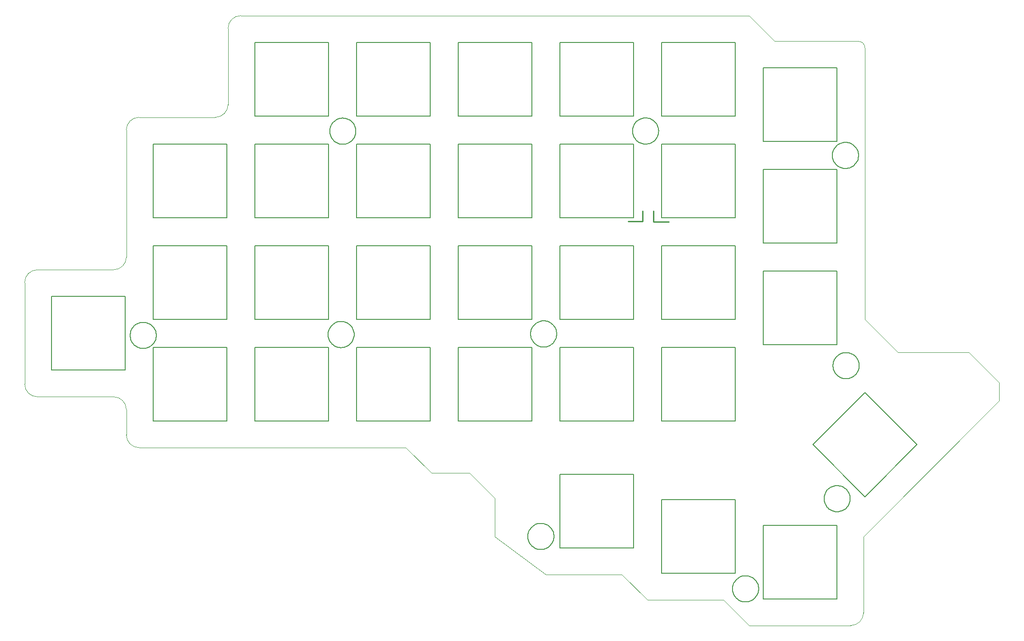
<source format=gtl>
G04 #@! TF.GenerationSoftware,KiCad,Pcbnew,5.1.9*
G04 #@! TF.CreationDate,2021-04-17T13:18:15+02:00*
G04 #@! TF.ProjectId,Crystal-Zeliska-plate,43727973-7461-46c2-9d5a-656c69736b61,rev?*
G04 #@! TF.SameCoordinates,Original*
G04 #@! TF.FileFunction,Copper,L1,Top*
G04 #@! TF.FilePolarity,Positive*
%FSLAX46Y46*%
G04 Gerber Fmt 4.6, Leading zero omitted, Abs format (unit mm)*
G04 Created by KiCad (PCBNEW 5.1.9) date 2021-04-17 13:18:15*
%MOMM*%
%LPD*%
G01*
G04 APERTURE LIST*
G04 #@! TA.AperFunction,Profile*
%ADD10C,0.200000*%
G04 #@! TD*
G04 #@! TA.AperFunction,Profile*
%ADD11C,0.100000*%
G04 #@! TD*
G04 #@! TA.AperFunction,Conductor*
%ADD12C,0.250000*%
G04 #@! TD*
G04 APERTURE END LIST*
D10*
X136695831Y-131572496D02*
X136604622Y-131833222D01*
X136604622Y-131833222D02*
X136543981Y-132098811D01*
X136543981Y-132098811D02*
X136513425Y-132366835D01*
X136513425Y-132366835D02*
X136512471Y-132634862D01*
X136512471Y-132634862D02*
X136540636Y-132900465D01*
X136540636Y-132900465D02*
X136597435Y-133161214D01*
X136597435Y-133161214D02*
X136682387Y-133414680D01*
X136682387Y-133414680D02*
X136795008Y-133658433D01*
X136795008Y-133658433D02*
X136934814Y-133890044D01*
X136934814Y-133890044D02*
X137101322Y-134107083D01*
X137101322Y-134107083D02*
X137226924Y-134242482D01*
X137226924Y-134242482D02*
X137432899Y-134426523D01*
X137432899Y-134426523D02*
X137655066Y-134584184D01*
X137655066Y-134584184D02*
X137890994Y-134714982D01*
X137890994Y-134714982D02*
X138138254Y-134818433D01*
X138138254Y-134818433D02*
X138394418Y-134894055D01*
X138394418Y-134894055D02*
X138657054Y-134941363D01*
X138657054Y-134941363D02*
X138923736Y-134959875D01*
X138923736Y-134959875D02*
X139192032Y-134949108D01*
X139192032Y-134949108D02*
X139459514Y-134908578D01*
X139459514Y-134908578D02*
X139723752Y-134837802D01*
X139723752Y-134837802D02*
X139896910Y-134773576D01*
X139896910Y-134773576D02*
X140145765Y-134653708D01*
X140145765Y-134653708D02*
X140376445Y-134508787D01*
X140376445Y-134508787D02*
X140587572Y-134340872D01*
X140587572Y-134340872D02*
X140777771Y-134152022D01*
X140777771Y-134152022D02*
X140945666Y-133944297D01*
X140945666Y-133944297D02*
X141089880Y-133719756D01*
X141089880Y-133719756D02*
X141209037Y-133480459D01*
X141209037Y-133480459D02*
X141301762Y-133228465D01*
X141301762Y-133228465D02*
X141366677Y-132965834D01*
X141366677Y-132965834D02*
X141402408Y-132694624D01*
X141402408Y-132694624D02*
X141409336Y-132510070D01*
X141409336Y-132510070D02*
X141397347Y-132267917D01*
X141397347Y-132267917D02*
X141361825Y-132029866D01*
X141361825Y-132029866D02*
X141303434Y-131797524D01*
X141303434Y-131797524D02*
X141222841Y-131572496D01*
X141222841Y-131572496D02*
X141120710Y-131356388D01*
X141120710Y-131356388D02*
X140997707Y-131150809D01*
X140997707Y-131150809D02*
X140854498Y-130957363D01*
X140854498Y-130957363D02*
X140691748Y-130777659D01*
X140691748Y-130777659D02*
X140512043Y-130614908D01*
X140512043Y-130614908D02*
X140318597Y-130471699D01*
X140318597Y-130471699D02*
X140113017Y-130348696D01*
X140113017Y-130348696D02*
X139896910Y-130246565D01*
X139896910Y-130246565D02*
X139671882Y-130165971D01*
X139671882Y-130165971D02*
X139439539Y-130107581D01*
X139439539Y-130107581D02*
X139201488Y-130072058D01*
X139201488Y-130072058D02*
X138959336Y-130060070D01*
X139479271Y-92099999D02*
X139479271Y-92099999D01*
X177309267Y-139880091D02*
X177033483Y-139895600D01*
X177033483Y-139895600D02*
X176764904Y-139941212D01*
X176764904Y-139941212D02*
X176505589Y-140015551D01*
X176505589Y-140015551D02*
X176257599Y-140117239D01*
X176257599Y-140117239D02*
X176022991Y-140244902D01*
X176022991Y-140244902D02*
X175803827Y-140397162D01*
X175803827Y-140397162D02*
X175602165Y-140572644D01*
X175602165Y-140572644D02*
X175420065Y-140769972D01*
X175420065Y-140769972D02*
X175259586Y-140987770D01*
X175259586Y-140987770D02*
X175122787Y-141224661D01*
X175122787Y-141224661D02*
X175045762Y-141392517D01*
X175045762Y-141392517D02*
X174954553Y-141653243D01*
X174954553Y-141653243D02*
X174893912Y-141918832D01*
X174893912Y-141918832D02*
X174863356Y-142186856D01*
X174863356Y-142186856D02*
X174862402Y-142454883D01*
X174862402Y-142454883D02*
X174890567Y-142720486D01*
X174890567Y-142720486D02*
X174947366Y-142981235D01*
X174947366Y-142981235D02*
X175032318Y-143234701D01*
X175032318Y-143234701D02*
X175144939Y-143478454D01*
X175144939Y-143478454D02*
X175284745Y-143710065D01*
X175284745Y-143710065D02*
X175451253Y-143927104D01*
X175451253Y-143927104D02*
X175576855Y-144062503D01*
X175576855Y-144062503D02*
X175782830Y-144246544D01*
X175782830Y-144246544D02*
X176004997Y-144404205D01*
X176004997Y-144404205D02*
X176240925Y-144535003D01*
X176240925Y-144535003D02*
X176488185Y-144638454D01*
X176488185Y-144638454D02*
X176744349Y-144714076D01*
X176744349Y-144714076D02*
X177006985Y-144761384D01*
X177006985Y-144761384D02*
X177273667Y-144779896D01*
X177273667Y-144779896D02*
X177541963Y-144769128D01*
X177541963Y-144769128D02*
X177809445Y-144728598D01*
X177809445Y-144728598D02*
X178073683Y-144657822D01*
X178073683Y-144657822D02*
X178246841Y-144593596D01*
X99265626Y-93732564D02*
X99174417Y-93993290D01*
X99174417Y-93993290D02*
X99113777Y-94258879D01*
X99113777Y-94258879D02*
X99083221Y-94526903D01*
X99083221Y-94526903D02*
X99082267Y-94794930D01*
X99082267Y-94794930D02*
X99110432Y-95060533D01*
X99110432Y-95060533D02*
X99167231Y-95321282D01*
X99167231Y-95321282D02*
X99252183Y-95574748D01*
X99252183Y-95574748D02*
X99364804Y-95818501D01*
X99364804Y-95818501D02*
X99504610Y-96050112D01*
X99504610Y-96050112D02*
X99671118Y-96267151D01*
X99671118Y-96267151D02*
X99796720Y-96402550D01*
X99796720Y-96402550D02*
X100002695Y-96586591D01*
X100002695Y-96586591D02*
X100224862Y-96744252D01*
X100224862Y-96744252D02*
X100460790Y-96875050D01*
X100460790Y-96875050D02*
X100708050Y-96978501D01*
X100708050Y-96978501D02*
X100964214Y-97054123D01*
X100964214Y-97054123D02*
X101226850Y-97101431D01*
X101226850Y-97101431D02*
X101493532Y-97119943D01*
X101493532Y-97119943D02*
X101761828Y-97109175D01*
X101761828Y-97109175D02*
X102029310Y-97068645D01*
X102029310Y-97068645D02*
X102293548Y-96997869D01*
X102293548Y-96997869D02*
X102466706Y-96933643D01*
X102466706Y-96933643D02*
X102715561Y-96813776D01*
X102715561Y-96813776D02*
X102946241Y-96668855D01*
X102946241Y-96668855D02*
X103157368Y-96500940D01*
X103157368Y-96500940D02*
X103347567Y-96312090D01*
X103347567Y-96312090D02*
X103515461Y-96104365D01*
X103515461Y-96104365D02*
X103659675Y-95879824D01*
X103659675Y-95879824D02*
X103778833Y-95640527D01*
X103778833Y-95640527D02*
X103871557Y-95388533D01*
X103871557Y-95388533D02*
X103936473Y-95125902D01*
X103936473Y-95125902D02*
X103972204Y-94854692D01*
X103972204Y-94854692D02*
X103979132Y-94670138D01*
X103979132Y-94670138D02*
X103966482Y-94419639D01*
X103966482Y-94419639D02*
X103929356Y-94176377D01*
X103929356Y-94176377D02*
X103868984Y-93941583D01*
X103868984Y-93941583D02*
X103786598Y-93716487D01*
X103786598Y-93716487D02*
X103683430Y-93502322D01*
X103683430Y-93502322D02*
X103560710Y-93300319D01*
X103560710Y-93300319D02*
X103419670Y-93111710D01*
X103419670Y-93111710D02*
X103261543Y-92937726D01*
X103261543Y-92937726D02*
X103087559Y-92779599D01*
X103087559Y-92779599D02*
X102898949Y-92638559D01*
X102898949Y-92638559D02*
X102696946Y-92515839D01*
X102696946Y-92515839D02*
X102482781Y-92412671D01*
X102482781Y-92412671D02*
X102257686Y-92330285D01*
X102257686Y-92330285D02*
X102022891Y-92269913D01*
X102022891Y-92269913D02*
X101779629Y-92232787D01*
X101779629Y-92232787D02*
X101529131Y-92220138D01*
X64449197Y-92380158D02*
X64449197Y-92380158D01*
X158579307Y-54080004D02*
X158303523Y-54095513D01*
X158303523Y-54095513D02*
X158034944Y-54141125D01*
X158034944Y-54141125D02*
X157775629Y-54215464D01*
X157775629Y-54215464D02*
X157527639Y-54317152D01*
X157527639Y-54317152D02*
X157293031Y-54444814D01*
X157293031Y-54444814D02*
X157073867Y-54597075D01*
X157073867Y-54597075D02*
X156872205Y-54772557D01*
X156872205Y-54772557D02*
X156690105Y-54969885D01*
X156690105Y-54969885D02*
X156529626Y-55187682D01*
X156529626Y-55187682D02*
X156392827Y-55424573D01*
X156392827Y-55424573D02*
X156315802Y-55592429D01*
X156315802Y-55592429D02*
X156224593Y-55853155D01*
X156224593Y-55853155D02*
X156163952Y-56118745D01*
X156163952Y-56118745D02*
X156133396Y-56386768D01*
X156133396Y-56386768D02*
X156132442Y-56654796D01*
X156132442Y-56654796D02*
X156160607Y-56920399D01*
X156160607Y-56920399D02*
X156217406Y-57181148D01*
X156217406Y-57181148D02*
X156302358Y-57434614D01*
X156302358Y-57434614D02*
X156414979Y-57678367D01*
X156414979Y-57678367D02*
X156554785Y-57909977D01*
X156554785Y-57909977D02*
X156721293Y-58127017D01*
X156721293Y-58127017D02*
X156846895Y-58262416D01*
X156846895Y-58262416D02*
X157052870Y-58446457D01*
X157052870Y-58446457D02*
X157275037Y-58604118D01*
X157275037Y-58604118D02*
X157510965Y-58734916D01*
X157510965Y-58734916D02*
X157758225Y-58838367D01*
X157758225Y-58838367D02*
X158014389Y-58913988D01*
X158014389Y-58913988D02*
X158277025Y-58961297D01*
X158277025Y-58961297D02*
X158543707Y-58979808D01*
X158543707Y-58979808D02*
X158812003Y-58969041D01*
X158812003Y-58969041D02*
X159079485Y-58928511D01*
X159079485Y-58928511D02*
X159343723Y-58857735D01*
X159343723Y-58857735D02*
X159516881Y-58793509D01*
X159516881Y-58793509D02*
X159765736Y-58673641D01*
X159765736Y-58673641D02*
X159996416Y-58528720D01*
X159996416Y-58528720D02*
X160207543Y-58360805D01*
X160207543Y-58360805D02*
X160397742Y-58171955D01*
X160397742Y-58171955D02*
X160565637Y-57964230D01*
X160565637Y-57964230D02*
X160709851Y-57739690D01*
X160709851Y-57739690D02*
X160829008Y-57500393D01*
X160829008Y-57500393D02*
X160921733Y-57248399D01*
X160921733Y-57248399D02*
X160986648Y-56985767D01*
X160986648Y-56985767D02*
X161022379Y-56714558D01*
X161022379Y-56714558D02*
X161029307Y-56530004D01*
X161029307Y-56530004D02*
X161016657Y-56279505D01*
X161016657Y-56279505D02*
X160979531Y-56036243D01*
X160979531Y-56036243D02*
X160919159Y-55801448D01*
X160919159Y-55801448D02*
X160836773Y-55576353D01*
X160836773Y-55576353D02*
X160733605Y-55362188D01*
X160733605Y-55362188D02*
X160610885Y-55160185D01*
X160610885Y-55160185D02*
X160469846Y-54971576D01*
X160469846Y-54971576D02*
X160311718Y-54797592D01*
X160311718Y-54797592D02*
X160137734Y-54639464D01*
X160137734Y-54639464D02*
X159949125Y-54498425D01*
X159949125Y-54498425D02*
X159747122Y-54375705D01*
X159747122Y-54375705D02*
X159532957Y-54272537D01*
X159532957Y-54272537D02*
X159307862Y-54190151D01*
X159307862Y-54190151D02*
X159073067Y-54129779D01*
X159073067Y-54129779D02*
X158829805Y-54092653D01*
X158829805Y-54092653D02*
X158579307Y-54080004D01*
X101529131Y-92220138D02*
X101529131Y-92220138D01*
X101839271Y-54100077D02*
X101563487Y-54115586D01*
X101563487Y-54115586D02*
X101294908Y-54161199D01*
X101294908Y-54161199D02*
X101035593Y-54235537D01*
X101035593Y-54235537D02*
X100787603Y-54337225D01*
X100787603Y-54337225D02*
X100552995Y-54464888D01*
X100552995Y-54464888D02*
X100333831Y-54617148D01*
X100333831Y-54617148D02*
X100132169Y-54792631D01*
X100132169Y-54792631D02*
X99950068Y-54989959D01*
X99950068Y-54989959D02*
X99789589Y-55207756D01*
X99789589Y-55207756D02*
X99652791Y-55444647D01*
X99652791Y-55444647D02*
X99575765Y-55612503D01*
X99575765Y-55612503D02*
X99484556Y-55873229D01*
X99484556Y-55873229D02*
X99423916Y-56138818D01*
X99423916Y-56138818D02*
X99393360Y-56406842D01*
X99393360Y-56406842D02*
X99392406Y-56674869D01*
X99392406Y-56674869D02*
X99420571Y-56940472D01*
X99420571Y-56940472D02*
X99477370Y-57201221D01*
X99477370Y-57201221D02*
X99562322Y-57454687D01*
X99562322Y-57454687D02*
X99674943Y-57698440D01*
X99674943Y-57698440D02*
X99814749Y-57930051D01*
X99814749Y-57930051D02*
X99981257Y-58147090D01*
X99981257Y-58147090D02*
X100106859Y-58282489D01*
X100106859Y-58282489D02*
X100312834Y-58466530D01*
X100312834Y-58466530D02*
X100535001Y-58624191D01*
X100535001Y-58624191D02*
X100770929Y-58754989D01*
X100770929Y-58754989D02*
X101018189Y-58858440D01*
X101018189Y-58858440D02*
X101274353Y-58934062D01*
X101274353Y-58934062D02*
X101536989Y-58981370D01*
X101536989Y-58981370D02*
X101803671Y-58999882D01*
X101803671Y-58999882D02*
X102071967Y-58989114D01*
X102071967Y-58989114D02*
X102339449Y-58948584D01*
X102339449Y-58948584D02*
X102603687Y-58877808D01*
X102603687Y-58877808D02*
X102776845Y-58813582D01*
X102776845Y-58813582D02*
X103025700Y-58693715D01*
X103025700Y-58693715D02*
X103256380Y-58548794D01*
X103256380Y-58548794D02*
X103467507Y-58380879D01*
X103467507Y-58380879D02*
X103657706Y-58192029D01*
X103657706Y-58192029D02*
X103825600Y-57984304D01*
X103825600Y-57984304D02*
X103969814Y-57759763D01*
X103969814Y-57759763D02*
X104088972Y-57520466D01*
X104088972Y-57520466D02*
X104181696Y-57268472D01*
X104181696Y-57268472D02*
X104246612Y-57005841D01*
X104246612Y-57005841D02*
X104282343Y-56734631D01*
X104282343Y-56734631D02*
X104289271Y-56550077D01*
X104289271Y-56550077D02*
X104277282Y-56307924D01*
X104277282Y-56307924D02*
X104241759Y-56069873D01*
X104241759Y-56069873D02*
X104183369Y-55837531D01*
X104183369Y-55837531D02*
X104102775Y-55612503D01*
X104102775Y-55612503D02*
X104000644Y-55396395D01*
X104000644Y-55396395D02*
X103877641Y-55190816D01*
X103877641Y-55190816D02*
X103734432Y-54997370D01*
X103734432Y-54997370D02*
X103571682Y-54817666D01*
X103571682Y-54817666D02*
X103391977Y-54654915D01*
X103391977Y-54654915D02*
X103198531Y-54511705D01*
X103198531Y-54511705D02*
X102992952Y-54388703D01*
X102992952Y-54388703D02*
X102776845Y-54286572D01*
X102776845Y-54286572D02*
X102551816Y-54205978D01*
X102551816Y-54205978D02*
X102319474Y-54147588D01*
X102319474Y-54147588D02*
X102081423Y-54112065D01*
X102081423Y-54112065D02*
X101839271Y-54100077D01*
D11*
X182736236Y-39662123D02*
X198464420Y-39708640D01*
X199674420Y-40908640D02*
X199674420Y-91798640D01*
X199674420Y-91798640D02*
X205854420Y-97978640D01*
X219114420Y-97978640D02*
X224854420Y-103718640D01*
X224854420Y-103718640D02*
X224857219Y-107078640D01*
X224857219Y-107078640D02*
X199403716Y-132532143D01*
X199403716Y-132532143D02*
X199403716Y-146819643D01*
X197023736Y-149197083D02*
X177973736Y-149197083D01*
D10*
X196191759Y-123697663D02*
X196012054Y-123534912D01*
X196012054Y-123534912D02*
X195818608Y-123391703D01*
X195818608Y-123391703D02*
X195613028Y-123268700D01*
X195613028Y-123268700D02*
X195396921Y-123166570D01*
X195396921Y-123166570D02*
X195171893Y-123085976D01*
X195171893Y-123085976D02*
X194939550Y-123027586D01*
X194939550Y-123027586D02*
X194701499Y-122992063D01*
X194701499Y-122992063D02*
X194459347Y-122980075D01*
X177309267Y-139880091D02*
X177309267Y-139880091D01*
X64449197Y-92380158D02*
X64198698Y-92392807D01*
X64198698Y-92392807D02*
X63955436Y-92429933D01*
X63955436Y-92429933D02*
X63720642Y-92490305D01*
X63720642Y-92490305D02*
X63495546Y-92572691D01*
X63495546Y-92572691D02*
X63281382Y-92675859D01*
X63281382Y-92675859D02*
X63079379Y-92798579D01*
X63079379Y-92798579D02*
X62890770Y-92939619D01*
X62890770Y-92939619D02*
X62716786Y-93097746D01*
X62716786Y-93097746D02*
X62558658Y-93271730D01*
X62558658Y-93271730D02*
X62417619Y-93460339D01*
X62417619Y-93460339D02*
X62294899Y-93662342D01*
X62294899Y-93662342D02*
X62191731Y-93876507D01*
X62191731Y-93876507D02*
X62109345Y-94101603D01*
X62109345Y-94101603D02*
X62048973Y-94336397D01*
X62048973Y-94336397D02*
X62011847Y-94579659D01*
X62011847Y-94579659D02*
X61999198Y-94830158D01*
X61999198Y-94830158D02*
X62011847Y-95080656D01*
X62011847Y-95080656D02*
X62048973Y-95323918D01*
X62048973Y-95323918D02*
X62109345Y-95558713D01*
X62109345Y-95558713D02*
X62191731Y-95783808D01*
X62191731Y-95783808D02*
X62294899Y-95997973D01*
X62294899Y-95997973D02*
X62417619Y-96199976D01*
X62417619Y-96199976D02*
X62558658Y-96388586D01*
X62558658Y-96388586D02*
X62716786Y-96562570D01*
X62716786Y-96562570D02*
X62890770Y-96720697D01*
X62890770Y-96720697D02*
X63079379Y-96861737D01*
X63079379Y-96861737D02*
X63281382Y-96984457D01*
X63281382Y-96984457D02*
X63495546Y-97087625D01*
X63495546Y-97087625D02*
X63720642Y-97170011D01*
X63720642Y-97170011D02*
X63955436Y-97230383D01*
X63955436Y-97230383D02*
X64198698Y-97267509D01*
X64198698Y-97267509D02*
X64449197Y-97280159D01*
X64449197Y-97280159D02*
X64699695Y-97267509D01*
X64699695Y-97267509D02*
X64942957Y-97230383D01*
X64942957Y-97230383D02*
X65177752Y-97170011D01*
X65177752Y-97170011D02*
X65402848Y-97087625D01*
X65402848Y-97087625D02*
X65617013Y-96984457D01*
X65617013Y-96984457D02*
X65819016Y-96861737D01*
X65819016Y-96861737D02*
X66007625Y-96720697D01*
X66007625Y-96720697D02*
X66181609Y-96562570D01*
X66181609Y-96562570D02*
X66339737Y-96388586D01*
X66339737Y-96388586D02*
X66480776Y-96199976D01*
X66480776Y-96199976D02*
X66603496Y-95997973D01*
X66603496Y-95997973D02*
X66706664Y-95783808D01*
X66706664Y-95783808D02*
X66789050Y-95558713D01*
X66789050Y-95558713D02*
X66849422Y-95323918D01*
X66849422Y-95323918D02*
X66886548Y-95080656D01*
X66886548Y-95080656D02*
X66899198Y-94830158D01*
X66899198Y-94830158D02*
X66887209Y-94588005D01*
X66887209Y-94588005D02*
X66851687Y-94349954D01*
X66851687Y-94349954D02*
X66793296Y-94117612D01*
X66793296Y-94117612D02*
X66712703Y-93892584D01*
X66712703Y-93892584D02*
X66610572Y-93676476D01*
X66610572Y-93676476D02*
X66487569Y-93470897D01*
X66487569Y-93470897D02*
X66344360Y-93277451D01*
X66344360Y-93277451D02*
X66181610Y-93097747D01*
X66181610Y-93097747D02*
X66001904Y-92934996D01*
X66001904Y-92934996D02*
X65808459Y-92791786D01*
X65808459Y-92791786D02*
X65602879Y-92668784D01*
X65602879Y-92668784D02*
X65386772Y-92566653D01*
X65386772Y-92566653D02*
X65161743Y-92486059D01*
X65161743Y-92486059D02*
X64929400Y-92427669D01*
X64929400Y-92427669D02*
X64691349Y-92392146D01*
X64691349Y-92392146D02*
X64449197Y-92380158D01*
X194459347Y-122980075D02*
X194459347Y-122980075D01*
X101529131Y-92220138D02*
X101253347Y-92235647D01*
X101253347Y-92235647D02*
X100984768Y-92281260D01*
X100984768Y-92281260D02*
X100725454Y-92355598D01*
X100725454Y-92355598D02*
X100477463Y-92457286D01*
X100477463Y-92457286D02*
X100242856Y-92584949D01*
X100242856Y-92584949D02*
X100023692Y-92737209D01*
X100023692Y-92737209D02*
X99822030Y-92912692D01*
X99822030Y-92912692D02*
X99639929Y-93110020D01*
X99639929Y-93110020D02*
X99479450Y-93327817D01*
X99479450Y-93327817D02*
X99342652Y-93564708D01*
X99342652Y-93564708D02*
X99265626Y-93732564D01*
D11*
X177973736Y-34899623D02*
X182736236Y-39662123D01*
D10*
X194406889Y-102232615D02*
X194612864Y-102416656D01*
X194612864Y-102416656D02*
X194835031Y-102574317D01*
X194835031Y-102574317D02*
X195070959Y-102705115D01*
X195070959Y-102705115D02*
X195318219Y-102808566D01*
X195318219Y-102808566D02*
X195574383Y-102884187D01*
X195574383Y-102884187D02*
X195837019Y-102931496D01*
X195837019Y-102931496D02*
X196103701Y-102950007D01*
X196103701Y-102950007D02*
X196371997Y-102939240D01*
X196371997Y-102939240D02*
X196639479Y-102898710D01*
X196639479Y-102898710D02*
X196903717Y-102827934D01*
X196903717Y-102827934D02*
X197076875Y-102763708D01*
X197076875Y-102763708D02*
X197325730Y-102643840D01*
X197325730Y-102643840D02*
X197556410Y-102498919D01*
X197556410Y-102498919D02*
X197767537Y-102331004D01*
X197767537Y-102331004D02*
X197957736Y-102142154D01*
X197957736Y-102142154D02*
X198125630Y-101934429D01*
X198125630Y-101934429D02*
X198269844Y-101709889D01*
X198269844Y-101709889D02*
X198389002Y-101470592D01*
X198389002Y-101470592D02*
X198481726Y-101218598D01*
X198481726Y-101218598D02*
X198546642Y-100955966D01*
X198546642Y-100955966D02*
X198582373Y-100684757D01*
X198582373Y-100684757D02*
X198589301Y-100500203D01*
X198589301Y-100500203D02*
X198577312Y-100258050D01*
X198577312Y-100258050D02*
X198541789Y-100019999D01*
X198541789Y-100019999D02*
X198483399Y-99787656D01*
X198483399Y-99787656D02*
X198402805Y-99562628D01*
X198402805Y-99562628D02*
X198300674Y-99346520D01*
X198300674Y-99346520D02*
X198177671Y-99140941D01*
X198177671Y-99140941D02*
X198034462Y-98947495D01*
X198034462Y-98947495D02*
X197871712Y-98767791D01*
X197871712Y-98767791D02*
X197692007Y-98605040D01*
X197692007Y-98605040D02*
X197498561Y-98461831D01*
X197498561Y-98461831D02*
X197292982Y-98338828D01*
X197292982Y-98338828D02*
X197076874Y-98236698D01*
X197076874Y-98236698D02*
X196851846Y-98156104D01*
X196851846Y-98156104D02*
X196619503Y-98097714D01*
X196619503Y-98097714D02*
X196381452Y-98062191D01*
X196381452Y-98062191D02*
X196139300Y-98050203D01*
X196029326Y-58649982D02*
X195753542Y-58665491D01*
X195753542Y-58665491D02*
X195484963Y-58711103D01*
X195484963Y-58711103D02*
X195225648Y-58785442D01*
X195225648Y-58785442D02*
X194977658Y-58887130D01*
X194977658Y-58887130D02*
X194743050Y-59014792D01*
X194743050Y-59014792D02*
X194523886Y-59167053D01*
X194523886Y-59167053D02*
X194322224Y-59342535D01*
X194322224Y-59342535D02*
X194140124Y-59539863D01*
X194140124Y-59539863D02*
X193979645Y-59757660D01*
X193979645Y-59757660D02*
X193842846Y-59994551D01*
X193842846Y-59994551D02*
X193765821Y-60162407D01*
X193765821Y-60162407D02*
X193674612Y-60423133D01*
X193674612Y-60423133D02*
X193613971Y-60688723D01*
X193613971Y-60688723D02*
X193583415Y-60956746D01*
X193583415Y-60956746D02*
X193582461Y-61224774D01*
X193582461Y-61224774D02*
X193610626Y-61490377D01*
X193610626Y-61490377D02*
X193667425Y-61751126D01*
X193667425Y-61751126D02*
X193752377Y-62004592D01*
X193752377Y-62004592D02*
X193864998Y-62248345D01*
X193864998Y-62248345D02*
X194004804Y-62479956D01*
X194004804Y-62479956D02*
X194171312Y-62696995D01*
X194171312Y-62696995D02*
X194296914Y-62832394D01*
X194296914Y-62832394D02*
X194502889Y-63016435D01*
X194502889Y-63016435D02*
X194725056Y-63174096D01*
X194725056Y-63174096D02*
X194960984Y-63304894D01*
X194960984Y-63304894D02*
X195208244Y-63408345D01*
X195208244Y-63408345D02*
X195464408Y-63483967D01*
X195464408Y-63483967D02*
X195727044Y-63531275D01*
X195727044Y-63531275D02*
X195993726Y-63549787D01*
X195993726Y-63549787D02*
X196262022Y-63539019D01*
X196262022Y-63539019D02*
X196529504Y-63498489D01*
X196529504Y-63498489D02*
X196793742Y-63427713D01*
X196793742Y-63427713D02*
X196966900Y-63363487D01*
X196966900Y-63363487D02*
X197215755Y-63243620D01*
X197215755Y-63243620D02*
X197446435Y-63098699D01*
X197446435Y-63098699D02*
X197657562Y-62930784D01*
X197657562Y-62930784D02*
X197847761Y-62741934D01*
X197847761Y-62741934D02*
X198015656Y-62534209D01*
X198015656Y-62534209D02*
X198159870Y-62309668D01*
X198159870Y-62309668D02*
X198279027Y-62070371D01*
X198279027Y-62070371D02*
X198371752Y-61818377D01*
X198371752Y-61818377D02*
X198436667Y-61555746D01*
X198436667Y-61555746D02*
X198472398Y-61284536D01*
X198472398Y-61284536D02*
X198479326Y-61099982D01*
X198479326Y-61099982D02*
X198467337Y-60857829D01*
X198467337Y-60857829D02*
X198431815Y-60619778D01*
X198431815Y-60619778D02*
X198373424Y-60387435D01*
X198373424Y-60387435D02*
X198292831Y-60162407D01*
X198292831Y-60162407D02*
X198190700Y-59946299D01*
X198190700Y-59946299D02*
X198067697Y-59740720D01*
X198067697Y-59740720D02*
X197924488Y-59547274D01*
X197924488Y-59547274D02*
X197761738Y-59367570D01*
X137247376Y-58955963D02*
X137247376Y-72755783D01*
X123447556Y-72755783D02*
X123447556Y-58955963D01*
X123447556Y-91805783D02*
X137247376Y-91805783D01*
X137247376Y-78005963D02*
X123447556Y-78005963D01*
X137247376Y-78005963D02*
X137247376Y-91805783D01*
X123447556Y-91805783D02*
X123447556Y-78005963D01*
X123447556Y-110855783D02*
X123447556Y-97055963D01*
X137247376Y-97055963D02*
X137247376Y-110855783D01*
X194397376Y-63718463D02*
X194397376Y-77518283D01*
X180597556Y-77518283D02*
X180597556Y-63718463D01*
X180597556Y-96568283D02*
X180597556Y-82768463D01*
X194397376Y-82768463D02*
X194397376Y-96568283D01*
X194397376Y-82768463D02*
X180597556Y-82768463D01*
X180597556Y-96568283D02*
X194397376Y-96568283D01*
X189924436Y-115298243D02*
X199683116Y-125056923D01*
X209441796Y-115298243D02*
X199683116Y-105542103D01*
X99147376Y-39905963D02*
X85347556Y-39905963D01*
X85347556Y-53705783D02*
X99147376Y-53705783D01*
X85347556Y-72755783D02*
X85347556Y-58955963D01*
X99147376Y-58955963D02*
X99147376Y-72755783D01*
X99147376Y-58955963D02*
X85347556Y-58955963D01*
X85347556Y-72755783D02*
X99147376Y-72755783D01*
X85347556Y-91805783D02*
X85347556Y-78005963D01*
X99147376Y-78005963D02*
X99147376Y-91805783D01*
X175347376Y-39905963D02*
X161547556Y-39905963D01*
X161547556Y-53705783D02*
X175347376Y-53705783D01*
X66297556Y-72755783D02*
X66297556Y-58955963D01*
X80097376Y-58955963D02*
X80097376Y-72755783D01*
X80097376Y-58955963D02*
X66297556Y-58955963D01*
X66297556Y-72755783D02*
X80097376Y-72755783D01*
X66297556Y-110855783D02*
X80097376Y-110855783D01*
X80097376Y-97055963D02*
X66297556Y-97055963D01*
X175347376Y-58955963D02*
X175347376Y-72755783D01*
X161547556Y-72755783D02*
X161547556Y-58955963D01*
X161547556Y-91805783D02*
X161547556Y-78005963D01*
X175347376Y-78005963D02*
X175347376Y-91805783D01*
X175347376Y-78005963D02*
X161547556Y-78005963D01*
X161547556Y-91805783D02*
X175347376Y-91805783D01*
X161547556Y-110855783D02*
X161547556Y-97055963D01*
X175347376Y-97055963D02*
X175347376Y-110855783D01*
X118197376Y-39905963D02*
X118197376Y-53705783D01*
X104397556Y-53705783D02*
X104397556Y-39905963D01*
X104397556Y-72755783D02*
X118197376Y-72755783D01*
X118197376Y-58955963D02*
X104397556Y-58955963D01*
X118197376Y-58955963D02*
X118197376Y-72755783D01*
X104397556Y-72755783D02*
X104397556Y-58955963D01*
X104397556Y-110855783D02*
X104397556Y-97055963D01*
X118197376Y-97055963D02*
X118197376Y-110855783D01*
X156297376Y-97055963D02*
X142497556Y-97055963D01*
X142497556Y-110855783D02*
X156297376Y-110855783D01*
X142497556Y-134668283D02*
X156297376Y-134668283D01*
X156297376Y-120868463D02*
X142497556Y-120868463D01*
X156297376Y-120868463D02*
X156297376Y-134668283D01*
X142497556Y-134668283D02*
X142497556Y-120868463D01*
X161547556Y-72755783D02*
X175347376Y-72755783D01*
X175347376Y-58955963D02*
X161547556Y-58955963D01*
X178246841Y-144593596D02*
X178495696Y-144473729D01*
X178495696Y-144473729D02*
X178726376Y-144328808D01*
X178726376Y-144328808D02*
X178937503Y-144160893D01*
X178937503Y-144160893D02*
X179127702Y-143972043D01*
X179127702Y-143972043D02*
X179295597Y-143764318D01*
X179295597Y-143764318D02*
X179439811Y-143539777D01*
X179439811Y-143539777D02*
X179558968Y-143300480D01*
X179558968Y-143300480D02*
X179651693Y-143048486D01*
X179651693Y-143048486D02*
X179716608Y-142785855D01*
X179716608Y-142785855D02*
X179752339Y-142514645D01*
X179752339Y-142514645D02*
X179759267Y-142330091D01*
X179759267Y-142330091D02*
X179747278Y-142087938D01*
X179747278Y-142087938D02*
X179711756Y-141849887D01*
X179711756Y-141849887D02*
X179653365Y-141617545D01*
X179653365Y-141617545D02*
X179572772Y-141392517D01*
X179572772Y-141392517D02*
X179470641Y-141176409D01*
X179470641Y-141176409D02*
X179347638Y-140970830D01*
X179347638Y-140970830D02*
X179204429Y-140777384D01*
X179204429Y-140777384D02*
X179041679Y-140597680D01*
X179041679Y-140597680D02*
X178861974Y-140434929D01*
X178861974Y-140434929D02*
X178668528Y-140291719D01*
X178668528Y-140291719D02*
X178462948Y-140168717D01*
X178462948Y-140168717D02*
X178246841Y-140066586D01*
X178246841Y-140066586D02*
X178021813Y-139985992D01*
X178021813Y-139985992D02*
X177789470Y-139927602D01*
X177789470Y-139927602D02*
X177551419Y-139892079D01*
X177551419Y-139892079D02*
X177309267Y-139880091D01*
X138959336Y-130060070D02*
X138959336Y-130060070D01*
X194459347Y-122980075D02*
X194183563Y-122995584D01*
X194183563Y-122995584D02*
X193914984Y-123041196D01*
X193914984Y-123041196D02*
X193655669Y-123115535D01*
X193655669Y-123115535D02*
X193407679Y-123217223D01*
X193407679Y-123217223D02*
X193173071Y-123344885D01*
X193173071Y-123344885D02*
X192953907Y-123497146D01*
X192953907Y-123497146D02*
X192752245Y-123672628D01*
X192752245Y-123672628D02*
X192570145Y-123869956D01*
X192570145Y-123869956D02*
X192409666Y-124087753D01*
X192409666Y-124087753D02*
X192272867Y-124324644D01*
X192272867Y-124324644D02*
X192195842Y-124492500D01*
X192195842Y-124492500D02*
X192104633Y-124753226D01*
X192104633Y-124753226D02*
X192043992Y-125018816D01*
X192043992Y-125018816D02*
X192013436Y-125286839D01*
X192013436Y-125286839D02*
X192012482Y-125554867D01*
X192012482Y-125554867D02*
X192040647Y-125820470D01*
X192040647Y-125820470D02*
X192097446Y-126081219D01*
X192097446Y-126081219D02*
X192182398Y-126334685D01*
X192182398Y-126334685D02*
X192295019Y-126578438D01*
X192295019Y-126578438D02*
X192434825Y-126810048D01*
X192434825Y-126810048D02*
X192601333Y-127027088D01*
X192601333Y-127027088D02*
X192726935Y-127162487D01*
X192726935Y-127162487D02*
X192932910Y-127346528D01*
X192932910Y-127346528D02*
X193155077Y-127504189D01*
X193155077Y-127504189D02*
X193391005Y-127634987D01*
X193391005Y-127634987D02*
X193638265Y-127738438D01*
X193638265Y-127738438D02*
X193894429Y-127814059D01*
X193894429Y-127814059D02*
X194157065Y-127861368D01*
X194157065Y-127861368D02*
X194423747Y-127879879D01*
X194423747Y-127879879D02*
X194692043Y-127869112D01*
X194692043Y-127869112D02*
X194959525Y-127828582D01*
X194959525Y-127828582D02*
X195223763Y-127757806D01*
X195223763Y-127757806D02*
X195396921Y-127693580D01*
X195396921Y-127693580D02*
X195645776Y-127573712D01*
X195645776Y-127573712D02*
X195876456Y-127428791D01*
X195876456Y-127428791D02*
X196087583Y-127260876D01*
X196087583Y-127260876D02*
X196277782Y-127072026D01*
X196277782Y-127072026D02*
X196445677Y-126864301D01*
X196445677Y-126864301D02*
X196589891Y-126639761D01*
X196589891Y-126639761D02*
X196709048Y-126400464D01*
X196709048Y-126400464D02*
X196801773Y-126148470D01*
X196801773Y-126148470D02*
X196866688Y-125885838D01*
X196866688Y-125885838D02*
X196902419Y-125614629D01*
X196902419Y-125614629D02*
X196909347Y-125430075D01*
X196909347Y-125430075D02*
X196897358Y-125187922D01*
X196897358Y-125187922D02*
X196861836Y-124949871D01*
X196861836Y-124949871D02*
X196803445Y-124717528D01*
X196803445Y-124717528D02*
X196722852Y-124492500D01*
X196722852Y-124492500D02*
X196620721Y-124276392D01*
X196620721Y-124276392D02*
X196497718Y-124070813D01*
X196497718Y-124070813D02*
X196354509Y-123877367D01*
X196354509Y-123877367D02*
X196191759Y-123697663D01*
X137247376Y-97055963D02*
X123447556Y-97055963D01*
X123447556Y-110855783D02*
X137247376Y-110855783D01*
X142497556Y-53705783D02*
X156297376Y-53705783D01*
X156297376Y-39905963D02*
X142497556Y-39905963D01*
X156297376Y-39905963D02*
X156297376Y-53705783D01*
X142497556Y-53705783D02*
X142497556Y-39905963D01*
X142497556Y-72755783D02*
X156297376Y-72755783D01*
X156297376Y-58955963D02*
X142497556Y-58955963D01*
X175347376Y-97055963D02*
X161547556Y-97055963D01*
X161547556Y-110855783D02*
X175347376Y-110855783D01*
X180597556Y-58468283D02*
X180597556Y-44668463D01*
X194397376Y-44668463D02*
X194397376Y-58468283D01*
X194397376Y-44668463D02*
X180597556Y-44668463D01*
X180597556Y-58468283D02*
X194397376Y-58468283D01*
X180597556Y-77518283D02*
X194397376Y-77518283D01*
X194397376Y-63718463D02*
X180597556Y-63718463D01*
D11*
X63673735Y-115865347D02*
G75*
G02*
X61291216Y-113482143I685J2383204D01*
G01*
D10*
X158579307Y-54080004D02*
X158579307Y-54080004D01*
X101839271Y-54100077D02*
X101839271Y-54100077D01*
X161547556Y-139430783D02*
X175347376Y-139430783D01*
X175347376Y-125630963D02*
X161547556Y-125630963D01*
X175347376Y-125630963D02*
X175347376Y-139430783D01*
X161547556Y-139430783D02*
X161547556Y-125630963D01*
X161547556Y-53705783D02*
X161547556Y-39905963D01*
X175347376Y-39905963D02*
X175347376Y-53705783D01*
X80097376Y-78005963D02*
X66297556Y-78005963D01*
X66297556Y-91805783D02*
X80097376Y-91805783D01*
X47247556Y-101330783D02*
X61047376Y-101330783D01*
X61047376Y-87530963D02*
X47247556Y-87530963D01*
X61047376Y-87530963D02*
X61047376Y-101330783D01*
X47247556Y-101330783D02*
X47247556Y-87530963D01*
X85347556Y-53705783D02*
X85347556Y-39905963D01*
X99147376Y-39905963D02*
X99147376Y-53705783D01*
X80097376Y-97055963D02*
X80097376Y-110855783D01*
X66297556Y-110855783D02*
X66297556Y-97055963D01*
X104397556Y-91805783D02*
X104397556Y-78005963D01*
X118197376Y-78005963D02*
X118197376Y-91805783D01*
X118197376Y-78005963D02*
X104397556Y-78005963D01*
X104397556Y-91805783D02*
X118197376Y-91805783D01*
X66297556Y-91805783D02*
X66297556Y-78005963D01*
X80097376Y-78005963D02*
X80097376Y-91805783D01*
D11*
X118441216Y-120624623D02*
X113678716Y-115862123D01*
X113678716Y-115862123D02*
X63674244Y-115861361D01*
X61291216Y-113482143D02*
X61291216Y-108719643D01*
X58911236Y-106337123D02*
X44624244Y-106336361D01*
X42241216Y-103957143D02*
X42239831Y-84938638D01*
X44624244Y-82523861D02*
X58911744Y-82523861D01*
X61292994Y-80142611D02*
X61285413Y-56332126D01*
X63673736Y-53949623D02*
X77961744Y-53948861D01*
X177973736Y-149197083D02*
X173211236Y-144437123D01*
X173211236Y-144437123D02*
X158923736Y-144437123D01*
X158923736Y-144437123D02*
X154161236Y-139674623D01*
X154161236Y-139674623D02*
X139873736Y-139674623D01*
X139873736Y-139674623D02*
X130348736Y-132532143D01*
X130348736Y-132532143D02*
X130348736Y-125387123D01*
X130348736Y-125387123D02*
X125586236Y-120624623D01*
X125586236Y-120624623D02*
X118441216Y-120624623D01*
D10*
X209441796Y-115298243D02*
X199683116Y-125056923D01*
X189924436Y-115298243D02*
X199683116Y-105542103D01*
X180597556Y-144193283D02*
X180597556Y-130393463D01*
X194397376Y-130393463D02*
X194397376Y-144193283D01*
X194397376Y-130393463D02*
X180597556Y-130393463D01*
X180597556Y-144193283D02*
X194397376Y-144193283D01*
D11*
X44624244Y-106340347D02*
G75*
G02*
X42241216Y-103957143I176J2383204D01*
G01*
D10*
X156297376Y-58955963D02*
X156297376Y-72755783D01*
X142497556Y-72755783D02*
X142497556Y-58955963D01*
X142497556Y-91805783D02*
X142497556Y-78005963D01*
X156297376Y-78005963D02*
X156297376Y-91805783D01*
X156297376Y-78005963D02*
X142497556Y-78005963D01*
X142497556Y-91805783D02*
X156297376Y-91805783D01*
X142497556Y-110855783D02*
X142497556Y-97055963D01*
X156297376Y-97055963D02*
X156297376Y-110855783D01*
D11*
X42239831Y-84938638D02*
G75*
G02*
X44624245Y-82523862I2384589J29998D01*
G01*
X61285412Y-56332126D02*
G75*
G02*
X63673736Y-53949623I2389008J-6514D01*
G01*
X61290396Y-80142617D02*
G75*
G02*
X58911237Y-82524622I-2375976J-6023D01*
G01*
D10*
X99147376Y-78005963D02*
X85347556Y-78005963D01*
X85347556Y-91805783D02*
X99147376Y-91805783D01*
X85347556Y-110855783D02*
X99147376Y-110855783D01*
X99147376Y-97055963D02*
X85347556Y-97055963D01*
X99147376Y-97055963D02*
X99147376Y-110855783D01*
X85347556Y-110855783D02*
X85347556Y-97055963D01*
X104397556Y-53705783D02*
X118197376Y-53705783D01*
X118197376Y-39905963D02*
X104397556Y-39905963D01*
X196139300Y-98050203D02*
X195863516Y-98065712D01*
X195863516Y-98065712D02*
X195594937Y-98111324D01*
X195594937Y-98111324D02*
X195335623Y-98185663D01*
X195335623Y-98185663D02*
X195087632Y-98287351D01*
X195087632Y-98287351D02*
X194853025Y-98415013D01*
X194853025Y-98415013D02*
X194633861Y-98567274D01*
X194633861Y-98567274D02*
X194432199Y-98742756D01*
X194432199Y-98742756D02*
X194250098Y-98940084D01*
X194250098Y-98940084D02*
X194089619Y-99157881D01*
X194089619Y-99157881D02*
X193952821Y-99394772D01*
X193952821Y-99394772D02*
X193875795Y-99562628D01*
X193875795Y-99562628D02*
X193784586Y-99823354D01*
X193784586Y-99823354D02*
X193723945Y-100088944D01*
X193723945Y-100088944D02*
X193693390Y-100356967D01*
X193693390Y-100356967D02*
X193692436Y-100624995D01*
X193692436Y-100624995D02*
X193720600Y-100890598D01*
X193720600Y-100890598D02*
X193777400Y-101151347D01*
X193777400Y-101151347D02*
X193862352Y-101404813D01*
X193862352Y-101404813D02*
X193974972Y-101648566D01*
X193974972Y-101648566D02*
X194114778Y-101880177D01*
X194114778Y-101880177D02*
X194281287Y-102097216D01*
X194281287Y-102097216D02*
X194406889Y-102232615D01*
X197761738Y-59367570D02*
X197582033Y-59204819D01*
X197582033Y-59204819D02*
X197388587Y-59061610D01*
X197388587Y-59061610D02*
X197183007Y-58938607D01*
X197183007Y-58938607D02*
X196966900Y-58836477D01*
X196966900Y-58836477D02*
X196741872Y-58755883D01*
X196741872Y-58755883D02*
X196509529Y-58697493D01*
X196509529Y-58697493D02*
X196271478Y-58661970D01*
X196271478Y-58661970D02*
X196029326Y-58649982D01*
X196139300Y-98050203D02*
X196139300Y-98050203D01*
X139479271Y-92099999D02*
X139228772Y-92112648D01*
X139228772Y-92112648D02*
X138985510Y-92149774D01*
X138985510Y-92149774D02*
X138750716Y-92210146D01*
X138750716Y-92210146D02*
X138525620Y-92292532D01*
X138525620Y-92292532D02*
X138311455Y-92395700D01*
X138311455Y-92395700D02*
X138109452Y-92518420D01*
X138109452Y-92518420D02*
X137920843Y-92659459D01*
X137920843Y-92659459D02*
X137746859Y-92817587D01*
X137746859Y-92817587D02*
X137588732Y-92991571D01*
X137588732Y-92991571D02*
X137447692Y-93180180D01*
X137447692Y-93180180D02*
X137324972Y-93382183D01*
X137324972Y-93382183D02*
X137221804Y-93596348D01*
X137221804Y-93596348D02*
X137139418Y-93821443D01*
X137139418Y-93821443D02*
X137079046Y-94056238D01*
X137079046Y-94056238D02*
X137041920Y-94299500D01*
X137041920Y-94299500D02*
X137029271Y-94549999D01*
X137029271Y-94549999D02*
X137041920Y-94800497D01*
X137041920Y-94800497D02*
X137079046Y-95043759D01*
X137079046Y-95043759D02*
X137139418Y-95278554D01*
X137139418Y-95278554D02*
X137221804Y-95503649D01*
X137221804Y-95503649D02*
X137324972Y-95717814D01*
X137324972Y-95717814D02*
X137447692Y-95919817D01*
X137447692Y-95919817D02*
X137588732Y-96108426D01*
X137588732Y-96108426D02*
X137746859Y-96282410D01*
X137746859Y-96282410D02*
X137920843Y-96440538D01*
X137920843Y-96440538D02*
X138109452Y-96581577D01*
X138109452Y-96581577D02*
X138311455Y-96704297D01*
X138311455Y-96704297D02*
X138525620Y-96807465D01*
X138525620Y-96807465D02*
X138750716Y-96889851D01*
X138750716Y-96889851D02*
X138985510Y-96950223D01*
X138985510Y-96950223D02*
X139228772Y-96987349D01*
X139228772Y-96987349D02*
X139479271Y-96999999D01*
X139479271Y-96999999D02*
X139729769Y-96987349D01*
X139729769Y-96987349D02*
X139973031Y-96950223D01*
X139973031Y-96950223D02*
X140207826Y-96889851D01*
X140207826Y-96889851D02*
X140432921Y-96807465D01*
X140432921Y-96807465D02*
X140647086Y-96704297D01*
X140647086Y-96704297D02*
X140849089Y-96581577D01*
X140849089Y-96581577D02*
X141037699Y-96440538D01*
X141037699Y-96440538D02*
X141211683Y-96282410D01*
X141211683Y-96282410D02*
X141369810Y-96108426D01*
X141369810Y-96108426D02*
X141510850Y-95919817D01*
X141510850Y-95919817D02*
X141633570Y-95717814D01*
X141633570Y-95717814D02*
X141736738Y-95503649D01*
X141736738Y-95503649D02*
X141819124Y-95278554D01*
X141819124Y-95278554D02*
X141879496Y-95043759D01*
X141879496Y-95043759D02*
X141916622Y-94800497D01*
X141916622Y-94800497D02*
X141929272Y-94549999D01*
X141929272Y-94549999D02*
X141917283Y-94307846D01*
X141917283Y-94307846D02*
X141881760Y-94069795D01*
X141881760Y-94069795D02*
X141823370Y-93837452D01*
X141823370Y-93837452D02*
X141742776Y-93612424D01*
X141742776Y-93612424D02*
X141640645Y-93396316D01*
X141640645Y-93396316D02*
X141517642Y-93190737D01*
X141517642Y-93190737D02*
X141374433Y-92997291D01*
X141374433Y-92997291D02*
X141211683Y-92817587D01*
X141211683Y-92817587D02*
X141031978Y-92654836D01*
X141031978Y-92654836D02*
X140838532Y-92511627D01*
X140838532Y-92511627D02*
X140632953Y-92388624D01*
X140632953Y-92388624D02*
X140416845Y-92286494D01*
X140416845Y-92286494D02*
X140191817Y-92205900D01*
X140191817Y-92205900D02*
X139959474Y-92147510D01*
X139959474Y-92147510D02*
X139721423Y-92111987D01*
X139721423Y-92111987D02*
X139479271Y-92099999D01*
X196029326Y-58649982D02*
X196029326Y-58649982D01*
X138959336Y-130060070D02*
X138683552Y-130075579D01*
X138683552Y-130075579D02*
X138414973Y-130121192D01*
X138414973Y-130121192D02*
X138155658Y-130195530D01*
X138155658Y-130195530D02*
X137907668Y-130297218D01*
X137907668Y-130297218D02*
X137673060Y-130424881D01*
X137673060Y-130424881D02*
X137453896Y-130577141D01*
X137453896Y-130577141D02*
X137252234Y-130752624D01*
X137252234Y-130752624D02*
X137070134Y-130949952D01*
X137070134Y-130949952D02*
X136909655Y-131167749D01*
X136909655Y-131167749D02*
X136772856Y-131404640D01*
X136772856Y-131404640D02*
X136695831Y-131572496D01*
X118197376Y-97055963D02*
X104397556Y-97055963D01*
X104397556Y-110855783D02*
X118197376Y-110855783D01*
X123447556Y-53705783D02*
X137247376Y-53705783D01*
X137247376Y-39905963D02*
X123447556Y-39905963D01*
X137247376Y-39905963D02*
X137247376Y-53705783D01*
X123447556Y-53705783D02*
X123447556Y-39905963D01*
X123447556Y-72755783D02*
X137247376Y-72755783D01*
X137247376Y-58955963D02*
X123447556Y-58955963D01*
D11*
X80342994Y-51567611D02*
X80341216Y-37282143D01*
X82723736Y-34899623D02*
X177973736Y-34899623D01*
X205854420Y-97978640D02*
X219114420Y-97978640D01*
X199402863Y-146819643D02*
G75*
G02*
X197024420Y-149197083I-2378443J1003D01*
G01*
X198464420Y-39708599D02*
G75*
G02*
X199674420Y-40908640I0J-1210041D01*
G01*
X80345407Y-37282136D02*
G75*
G02*
X82723737Y-34899624I2379013J3496D01*
G01*
X58911241Y-106341847D02*
G75*
G02*
X61291215Y-108719642I3179J-2376793D01*
G01*
X80345404Y-51567609D02*
G75*
G02*
X77961237Y-53949622I-2380984J-1031D01*
G01*
D12*
X160054420Y-71508640D02*
X160054420Y-73508640D01*
X160054420Y-73508640D02*
X162924420Y-73508640D01*
X158054420Y-71528640D02*
X158054420Y-73448640D01*
X158054420Y-73448640D02*
X158044420Y-73438640D01*
X158044420Y-73438640D02*
X155314420Y-73438640D01*
M02*

</source>
